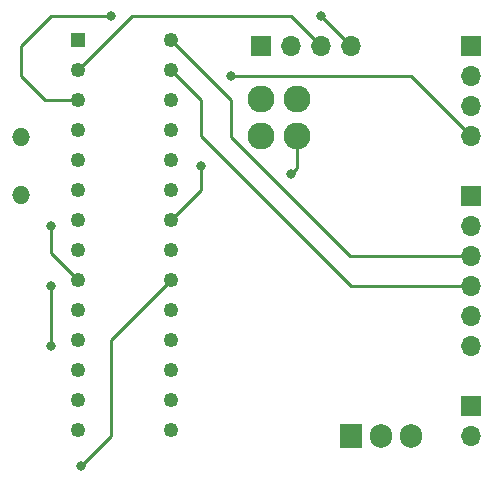
<source format=gbr>
%TF.GenerationSoftware,KiCad,Pcbnew,7.0.10*%
%TF.CreationDate,2024-04-21T18:35:41+05:30*%
%TF.ProjectId,ESDP_Final,45534450-5f46-4696-9e61-6c2e6b696361,rev?*%
%TF.SameCoordinates,Original*%
%TF.FileFunction,Copper,L4,Bot*%
%TF.FilePolarity,Positive*%
%FSLAX46Y46*%
G04 Gerber Fmt 4.6, Leading zero omitted, Abs format (unit mm)*
G04 Created by KiCad (PCBNEW 7.0.10) date 2024-04-21 18:35:41*
%MOMM*%
%LPD*%
G01*
G04 APERTURE LIST*
%TA.AperFunction,ComponentPad*%
%ADD10O,1.524000X1.524000*%
%TD*%
%TA.AperFunction,ComponentPad*%
%ADD11R,1.700000X1.700000*%
%TD*%
%TA.AperFunction,ComponentPad*%
%ADD12O,1.700000X1.700000*%
%TD*%
%TA.AperFunction,ComponentPad*%
%ADD13R,1.250000X1.250000*%
%TD*%
%TA.AperFunction,ComponentPad*%
%ADD14C,1.250000*%
%TD*%
%TA.AperFunction,ComponentPad*%
%ADD15R,1.905000X2.000000*%
%TD*%
%TA.AperFunction,ComponentPad*%
%ADD16O,1.905000X2.000000*%
%TD*%
%TA.AperFunction,ComponentPad*%
%ADD17C,2.286000*%
%TD*%
%TA.AperFunction,ViaPad*%
%ADD18C,0.800000*%
%TD*%
%TA.AperFunction,Conductor*%
%ADD19C,0.250000*%
%TD*%
G04 APERTURE END LIST*
D10*
%TO.P,16MHZ_C1,2*%
%TO.N,Net-(U3-PB6(PCINT6{slash}XTAL1{slash}TOSC1))*%
X139700000Y-73760000D03*
%TO.P,16MHZ_C1,1*%
%TO.N,Net-(U3-PB7(PCINT7{slash}XTAL2{slash}TOSC2))*%
X139700000Y-78640000D03*
%TD*%
D11*
%TO.P,J1,1,Pin_1*%
%TO.N,/PWR*%
X177800000Y-96520000D03*
D12*
%TO.P,J1,2,Pin_2*%
%TO.N,/GND*%
X177800000Y-99060000D03*
%TD*%
D13*
%TO.P,U3,1,PC6(PCINT14/~{RESET})*%
%TO.N,Net-(U3-PC6(PCINT14{slash}~{RESET}))*%
X144526000Y-65575000D03*
D14*
%TO.P,U3,2,PD0(PCINT16/RXD)*%
%TO.N,Net-(OLED1-SCK)*%
X144526000Y-68115000D03*
%TO.P,U3,3,PD1(PCINT17/TXD)*%
%TO.N,Net-(OLED1-SDA)*%
X144526000Y-70655000D03*
%TO.P,U3,4,PD2(PCINT18/INT0)*%
%TO.N,unconnected-(U3-PD2(PCINT18{slash}INT0)-Pad4)*%
X144526000Y-73195000D03*
%TO.P,U3,5,PD3(PCINT19/OC2B/INT1)*%
%TO.N,unconnected-(U3-PD3(PCINT19{slash}OC2B{slash}INT1)-Pad5)*%
X144526000Y-75735000D03*
%TO.P,U3,6,PD4(PCINT20/XCK/T0)*%
%TO.N,unconnected-(U3-PD4(PCINT20{slash}XCK{slash}T0)-Pad6)*%
X144526000Y-78275000D03*
%TO.P,U3,7,VCC*%
%TO.N,/5V_PWR*%
X144526000Y-80815000D03*
%TO.P,U3,8,GND*%
%TO.N,/GND*%
X144526000Y-83355000D03*
%TO.P,U3,9,PB6(PCINT6/XTAL1/TOSC1)*%
%TO.N,Net-(U3-PB6(PCINT6{slash}XTAL1{slash}TOSC1))*%
X144526000Y-85895000D03*
%TO.P,U3,10,PB7(PCINT7/XTAL2/TOSC2)*%
%TO.N,Net-(U3-PB7(PCINT7{slash}XTAL2{slash}TOSC2))*%
X144526000Y-88435000D03*
%TO.P,U3,11,PD5(PCINT21/OC0B/T1)*%
%TO.N,unconnected-(U3-PD5(PCINT21{slash}OC0B{slash}T1)-Pad11)*%
X144526000Y-90975000D03*
%TO.P,U3,12,PD6(PCINT22/OC0A/AIN0)*%
%TO.N,unconnected-(U3-PD6(PCINT22{slash}OC0A{slash}AIN0)-Pad12)*%
X144526000Y-93515000D03*
%TO.P,U3,13,PD7(PCINT23/AIN1)*%
%TO.N,unconnected-(U3-PD7(PCINT23{slash}AIN1)-Pad13)*%
X144526000Y-96055000D03*
%TO.P,U3,14,PB0(PCINT0/CLKO/ICP1)*%
%TO.N,unconnected-(U3-PB0(PCINT0{slash}CLKO{slash}ICP1)-Pad14)*%
X144526000Y-98595000D03*
%TO.P,U3,15,PB1(OC1A/PCINT1)*%
%TO.N,Net-(U3-PB1(OC1A{slash}PCINT1))*%
X152400000Y-98595000D03*
%TO.P,U3,16,PB2(~{SS}/OC1B/PCINT2)*%
%TO.N,unconnected-(U3-PB2(~{SS}{slash}OC1B{slash}PCINT2)-Pad16)*%
X152400000Y-96055000D03*
%TO.P,U3,17,PB3(MOSI/OC2A/PCINT3)*%
%TO.N,unconnected-(U3-PB3(MOSI{slash}OC2A{slash}PCINT3)-Pad17)*%
X152400000Y-93515000D03*
%TO.P,U3,18,PB4(MISO/PCINT4)*%
%TO.N,unconnected-(U3-PB4(MISO{slash}PCINT4)-Pad18)*%
X152400000Y-90975000D03*
%TO.P,U3,19,PB5(SCK/PCINT5)*%
%TO.N,unconnected-(U3-PB5(SCK{slash}PCINT5)-Pad19)*%
X152400000Y-88435000D03*
%TO.P,U3,20,AVCC*%
%TO.N,/5V_PWR*%
X152400000Y-85895000D03*
%TO.P,U3,21,AREF*%
X152400000Y-83355000D03*
%TO.P,U3,22,GND*%
%TO.N,/GND*%
X152400000Y-80815000D03*
%TO.P,U3,23,PC0(ADC0/PCINT8)*%
%TO.N,/Temp_Out*%
X152400000Y-78275000D03*
%TO.P,U3,24,PC1(ADC1/PCINT9)*%
%TO.N,/Humidity_Out*%
X152400000Y-75735000D03*
%TO.P,U3,25,PC2(ADC2/PCINT10)*%
%TO.N,/Co2_Out*%
X152400000Y-73195000D03*
%TO.P,U3,26,PC3(ADC3/PCINT11)*%
%TO.N,/AirPoll_Out*%
X152400000Y-70655000D03*
%TO.P,U3,27,PC4(ADC4/SDA/PCINT12)*%
%TO.N,Net-(TCOO500-SDA)*%
X152400000Y-68115000D03*
%TO.P,U3,28,PC5(ADC5/SCL/PCINT13)*%
%TO.N,Net-(TCOO500-SCL)*%
X152400000Y-65575000D03*
%TD*%
D11*
%TO.P,OLED1,1,GND*%
%TO.N,/GND*%
X160020000Y-66040000D03*
D12*
%TO.P,OLED1,2,VCC*%
%TO.N,/5V_PWR*%
X162560000Y-66040000D03*
%TO.P,OLED1,3,SCK*%
%TO.N,Net-(OLED1-SCK)*%
X165100000Y-66040000D03*
%TO.P,OLED1,4,SDA*%
%TO.N,Net-(OLED1-SDA)*%
X167640000Y-66040000D03*
%TD*%
D15*
%TO.P,L7805,1,IN*%
%TO.N,/PWR*%
X167640000Y-99060000D03*
D16*
%TO.P,L7805,2,GND*%
%TO.N,/GND*%
X170180000Y-99060000D03*
%TO.P,L7805,3,OUT*%
%TO.N,/5V_PWR*%
X172720000Y-99060000D03*
%TD*%
D11*
%TO.P,TCOO500,1,32K*%
%TO.N,unconnected-(TCOO500-32K-Pad1)*%
X177800000Y-78740000D03*
D12*
%TO.P,TCOO500,2,SQW*%
%TO.N,unconnected-(TCOO500-SQW-Pad2)*%
X177800000Y-81280000D03*
%TO.P,TCOO500,3,SCL*%
%TO.N,Net-(TCOO500-SCL)*%
X177800000Y-83820000D03*
%TO.P,TCOO500,4,SDA*%
%TO.N,Net-(TCOO500-SDA)*%
X177800000Y-86360000D03*
%TO.P,TCOO500,5,VCC*%
%TO.N,/5V_PWR*%
X177800000Y-88900000D03*
%TO.P,TCOO500,6,GND*%
%TO.N,/GND*%
X177800000Y-91440000D03*
%TD*%
D11*
%TO.P,MQ135,1,Vcc*%
%TO.N,/5V_PWR*%
X177800000Y-66040000D03*
D12*
%TO.P,MQ135,2,GND*%
%TO.N,/GND*%
X177800000Y-68580000D03*
%TO.P,MQ135,3,D0*%
%TO.N,unconnected-(MQ135-D0-Pad3)*%
X177800000Y-71120000D03*
%TO.P,MQ135,4,A0*%
%TO.N,/AirPoll_Out*%
X177800000Y-73660000D03*
%TD*%
D17*
%TO.P,MG812,1,VH*%
%TO.N,/5V_PWR*%
X160020000Y-70560000D03*
%TO.P,MG812,2,GND*%
%TO.N,/GND*%
X163120000Y-70560000D03*
%TO.P,MG812,3,Vdd*%
%TO.N,/5V_PWR*%
X163120000Y-73660000D03*
%TO.P,MG812,4,Vout*%
%TO.N,/Co2_Out*%
X160020000Y-73660000D03*
%TD*%
D18*
%TO.N,Net-(U3-PB6(PCINT6{slash}XTAL1{slash}TOSC1))*%
X142240000Y-81280000D03*
%TO.N,/5V_PWR*%
X162560000Y-76925000D03*
X144780000Y-101600000D03*
%TO.N,Net-(OLED1-SDA)*%
X147320000Y-63500000D03*
X165100000Y-63500000D03*
%TO.N,/AirPoll_Out*%
X157480000Y-68580000D03*
%TO.N,/GND*%
X142240000Y-91440000D03*
X154940000Y-76200000D03*
X142240000Y-86360000D03*
%TD*%
D19*
%TO.N,Net-(U3-PB6(PCINT6{slash}XTAL1{slash}TOSC1))*%
X142240000Y-81280000D02*
X142240000Y-83609000D01*
X142240000Y-83609000D02*
X144526000Y-85895000D01*
%TO.N,/5V_PWR*%
X163120000Y-76365000D02*
X163120000Y-73660000D01*
X147320000Y-91440000D02*
X147320000Y-99060000D01*
X152400000Y-85895000D02*
X147320000Y-90975000D01*
X162560000Y-76925000D02*
X163120000Y-76365000D01*
X147320000Y-90975000D02*
X147320000Y-91440000D01*
X147320000Y-99060000D02*
X144780000Y-101600000D01*
%TO.N,Net-(OLED1-SCK)*%
X165100000Y-66040000D02*
X162560000Y-63500000D01*
X149141000Y-63500000D02*
X144526000Y-68115000D01*
X162560000Y-63500000D02*
X149141000Y-63500000D01*
%TO.N,Net-(OLED1-SDA)*%
X139700000Y-66040000D02*
X139700000Y-68580000D01*
X147320000Y-63500000D02*
X142240000Y-63500000D01*
X142240000Y-63500000D02*
X139700000Y-66040000D01*
X165100000Y-63500000D02*
X167640000Y-66040000D01*
X141775000Y-70655000D02*
X144526000Y-70655000D01*
X139700000Y-68580000D02*
X141775000Y-70655000D01*
%TO.N,/AirPoll_Out*%
X172720000Y-68580000D02*
X157480000Y-68580000D01*
X177800000Y-73660000D02*
X172720000Y-68580000D01*
%TO.N,Net-(TCOO500-SCL)*%
X157480000Y-73756066D02*
X157480000Y-70655000D01*
X177800000Y-83820000D02*
X167543934Y-83820000D01*
X167543934Y-83820000D02*
X157480000Y-73756066D01*
X157480000Y-70655000D02*
X152400000Y-65575000D01*
%TO.N,Net-(TCOO500-SDA)*%
X152400000Y-68115000D02*
X154940000Y-70655000D01*
X154940000Y-70655000D02*
X154940000Y-73660000D01*
X154940000Y-73660000D02*
X167640000Y-86360000D01*
X167640000Y-86360000D02*
X177800000Y-86360000D01*
%TO.N,/GND*%
X152400000Y-80815000D02*
X154940000Y-78275000D01*
X154940000Y-78275000D02*
X154940000Y-76200000D01*
X142240000Y-86360000D02*
X142240000Y-91440000D01*
%TD*%
M02*

</source>
